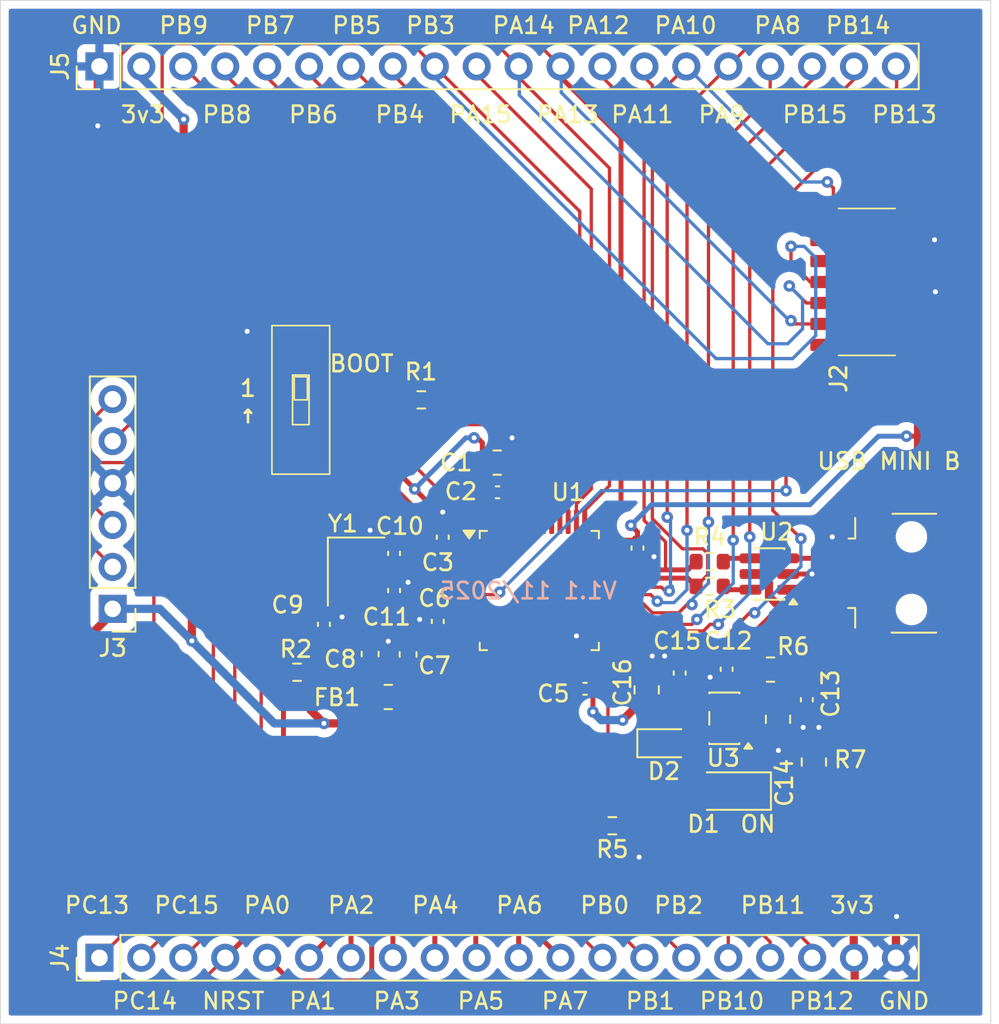
<source format=kicad_pcb>
(kicad_pcb (version 20241229) (generator "pcbnew") (generator_version "9.0")
  (layers (0 "F.Cu" signal) (2 "B.Cu" power) (13 "F.Paste" user) (15 "B.Paste" user) (5 "F.SilkS" user "F.Silkscreen") (7 "B.SilkS" user "B.Silkscreen") (1 "F.Mask" user) (3 "B.Mask" user) (25 "Edge.Cuts" user))
  (net 0 "")
  (net 1 "+3V3")
  (net 2 "GND")
  (net 3 "+3V3A")
  (net 4 "/NRST")
  (net 5 "/HSE_IN")
  (net 6 "/HSE_OUT")
  (net 7 "+VCC")
  (net 8 "/IN")
  (net 9 "/BP")
  (net 11 "/PWR_LED_K")
  (net 12 "/SWCLK")
  (net 13 "/SWDIO")
  (net 14 "/BOOT0")
  (net 15 "/SW_BOOT0")
  (net 16 "/USB_D+")
  (net 18 "/USART1_TX")
  (net 19 "/USART1_RX")
  (net 24 "/PB3(SWO)")
  (net 25 "/PC15")
  (net 26 "/PB1")
  (net 27 "/PC13")
  (net 28 "/PA0")
  (net 29 "/PA2")
  (net 30 "/PA4")
  (net 31 "/PA6")
  (net 32 "/PA8")
  (net 33 "/USB_D-")
  (net 34 "/PA1")
  (net 35 "/PB2")
  (net 36 "/PA7")
  (net 37 "/PA3")
  (net 38 "/PC14")
  (net 39 "/PB0")
  (net 40 "/PA5")
  (net 41 "/PB11")
  (net 42 "/PB14")
  (net 43 "/PB7")
  (net 44 "/PB9")
  (net 45 "/PB10")
  (net 46 "/PB4")
  (net 47 "/PB5")
  (net 48 "/PB12")
  (net 49 "/D+")
  (net 50 "/D-")
  (net 51 "/PB13")
  (net 52 "/PB8")
  (net 53 "/PB15")
  (net 54 "/PA15")
  (net 55 "/PB6")
  (net 56 "/D_R-")
  (net 57 "/D_R+")
  (net 61 "/OUT")
  (footprint "Capacitor_SMD:C_0402_1005Metric" (layer "F.Cu") (at 102.85 109.75 90)
    (property "Reference" "C11")
    (property "Value" "14pF" (hide yes))
  )
  (footprint "Resistor_SMD:R_0603_1608Metric" (layer "F.Cu") (at 96.975 114.7)
    (property "Reference" "R2")
    (property "Value" "10k" (hide yes))
  )
  (footprint "Capacitor_SMD:C_0402_1005Metric" (layer "F.Cu") (at 117.6 107.18 -90)
    (property "Reference" "C4" (hide yes))
    (property "Value" "100nF" (hide yes))
  )
  (footprint "Capacitor_SMD:C_0402_1005Metric" (layer "F.Cu") (at 120.1566 114.7476 90)
    (property "Reference" "C15")
    (property "Value" "100nF" (hide yes))
  )
  (footprint "Capacitor_SMD:C_0402_1005Metric" (layer "F.Cu") (at 98.6 111.8 -90)
    (property "Reference" "C9")
    (property "Value" "100nF" (hide yes))
  )
  (footprint "Package_TO_SOT_SMD:SOT-23-6" (layer "F.Cu") (at 125.5875 108.75 180)
    (property "Reference" "U2")
    (property "Value" "USBLC6-2SC6" (hide yes))
  )
  (footprint "Connector_PinHeader_2.54mm:PinHeader_1x20_P2.54mm_Vertical" (layer "F.Cu") (at 85 132 90)
    (property "Reference" "J4")
    (property "Value" "Left")
  )
  (footprint "PTP_Projekt:FTSH-107-01-L-DV-K" (layer "F.Cu") (at 129.785 96.195 90)
    (property "Reference" "J2")
    (property "Value" "JTAG ST_STDC14" (hide yes))
  )
  (footprint "Resistor_SMD:R_0805_2012Metric" (layer "F.Cu") (at 118.1566 115.7676 90)
    (property "Reference" "C16")
    (property "Value" "4.7µF" (hide yes))
  )
  (footprint "PTP_Projekt:KH-MINI-SMT-5P-Cu" (layer "F.Cu") (at 134.2 108.7 90)
    (property "Reference" "J1" (hide yes))
    (property "Value" "USB MiniB" (hide yes))
  )
  (footprint "Resistor_SMD:R_0805_2012Metric" (layer "F.Cu") (at 128.2875 120.14 90)
    (property "Reference" "R7")
    (property "Value" "1k5" (hide yes))
  )
  (footprint "Capacitor_SMD:C_0603_1608Metric" (layer "F.Cu") (at 101.4 113.6 90)
    (property "Reference" "C8")
    (property "Value" "1µF" (hide yes))
  )
  (footprint "Capacitor_SMD:C_0402_1005Metric" (layer "F.Cu") (at 102.85 107.5 90)
    (property "Reference" "C10")
    (property "Value" "14pF" (hide yes))
  )
  (footprint "Capacitor_SMD:C_0402_1005Metric" (layer "F.Cu") (at 109.12 103.8)
    (property "Reference" "C2")
    (property "Value" "100nF" (hide yes))
  )
  (footprint "Resistor_SMD:R_0603_1608Metric" (layer "F.Cu") (at 121.975 109.5)
    (property "Reference" "R3")
    (property "Value" "22" (hide yes))
  )
  (footprint "Resistor_SMD:R_0603_1608Metric" (layer "F.Cu") (at 121.975 108)
    (property "Reference" "R4")
    (property "Value" "22" (hide yes))
  )
  (footprint "Capacitor_SMD:C_0603_1608Metric" (layer "F.Cu") (at 103.7 113.625 90)
    (property "Reference" "C7")
    (property "Value" "1µF" (hide yes))
  )
  (footprint "Capacitor_SMD:C_0402_1005Metric" (layer "F.Cu") (at 114.42 115.7 180)
    (property "Reference" "C5")
    (property "Value" "100nF" (hide yes))
  )
  (footprint "Crystal:Crystal_SMD_3225-4Pin_3.2x2.5mm" (layer "F.Cu") (at 100.55 108.6 -90)
    (property "Reference" "Y1")
    (property "Value" "16MHz" (hide yes))
  )
  (footprint "Resistor_SMD:R_0805_2012Metric" (layer "F.Cu") (at 109.1 102)
    (property "Reference" "C1")
    (property "Value" "4.7µF" (hide yes))
  )
  (footprint "Package_QFP:LQFP-48_7x7mm_P0.5mm" (layer "F.Cu") (at 111.65 109.75)
    (property "Reference" "U1")
    (property "Value" "STM32F103C8T6" (hide yes))
  )
  (footprint "Resistor_SMD:R_0603_1608Metric" (layer "F.Cu") (at 104.5 98.2)
    (property "Reference" "R1")
    (property "Value" "10k" (hide yes))
  )
  (footprint "Capacitor_SMD:C_0402_1005Metric" (layer "F.Cu") (at 105.5 111.62 90)
    (property "Reference" "C6")
    (property "Value" "10nF" (hide yes))
  )
  (footprint "Resistor_SMD:R_0805_2012Metric" (layer "F.Cu") (at 126.1125 117.5525 -90)
    (property "Reference" "C14")
    (property "Value" "4.7µF" (hide yes))
  )
  (footprint "LED_SMD:LED_1206_3216Metric" (layer "F.Cu") (at 123.4 121.9 180)
    (property "Reference" "D1")
    (property "Value" "RED" (hide yes))
  )
  (footprint "Connector_PinHeader_2.54mm:PinHeader_1x06_P2.54mm_Vertical" (layer "F.Cu") (at 85.8 110.86 180)
    (property "Reference" "J3")
    (property "Value" "SWDBG")
  )
  (footprint "Capacitor_SMD:C_0402_1005Metric" (layer "F.Cu") (at 105.8 106.52 90)
    (property "Reference" "C3")
    (property "Value" "100nF" (hide yes))
  )
  (footprint "Package_TO_SOT_SMD:SOT-23-5" (layer "F.Cu") (at 122.8625 117.49 180)
    (property "Reference" "U3")
    (property "Value" "SPX3819M5-L-3-3" (hide yes))
  )
  (footprint "Diode_SMD:D_SOD-323" (layer "F.Cu") (at 119.2 119)
    (property "Reference" "D2")
    (property "Value" "RB161VA-20TR" (hide yes))
  )
  (footprint "Resistor_SMD:R_0603_1608Metric" (layer "F.Cu") (at 116.075 124 180)
    (property "Reference" "R5")
    (property "Value" "10k" (hide yes))
  )
  (footprint "Resistor_SMD:R_0805_2012Metric" (layer "F.Cu") (at 102.5 116.2 180)
    (property "Reference" "FB1")
    (property "Value" "120R" (hide yes))
  )
  (footprint "Resistor_SMD:R_0805_2012Metric" (layer "F.Cu") (at 125.6625 114.54)
    (property "Reference" "R6")
    (property "Value" "0R" (hide yes))
  )
  (footprint "PTP_Projekt:K3-1235S-F1" (layer "F.Cu") (at 93.95 105.7 -90)
    (property "Reference" "SW1" (hide yes))
    (property "Value" "SW_SPDT" (hide yes))
  )
  (footprint "Capacitor_SMD:C_0402_1005Metric" (layer "F.Cu") (at 127.8625 116.37 -90)
    (property "Reference" "C13")
    (property "Value" "100nF" (hide yes))
  )
  (footprint "Capacitor_SMD:C_0402_1005Metric" (layer "F.Cu") (at 123 114.52 -90)
    (property "Reference" "C12")
    (property "Value" "100nF" (hide yes))
  )
  (footprint "Connector_PinHeader_2.54mm:PinHeader_1x20_P2.54mm_Vertical" (layer "F.Cu") (at 85 78 90)
    (property "Reference" "J5")
    (property "Value" "Right")
  )
  (gr_rect (start 79 74) (end 139 136) (stroke (width 0.05)) (fill no) (layer "Edge.Cuts"))
  (gr_text "ON\n" (at 124.9 123.9 0) (layer "F.SilkS") (effects (font (size 1 1) (thickness 0.16))))
  (gr_text "USB MINI B\n" (at 128.4 102.5 0) (layer "F.SilkS") (effects (font (size 1 1) (thickness 0.16)) (justify left bottom)))
  (gr_text "BOOT\n\n" (at 98.85 98.2 0) (layer "F.SilkS") (effects (font (size 1 1) (thickness 0.16)) (justify left bottom)))
  (gr_text "3v3   PB8   PB6   PB4  PA15  PA13 PA11  PA9   PB15  PB13" (at 86.2 81.5 0) (layer "F.SilkS") (effects (font (size 1 1) (thickness 0.153)) (justify left bottom)))
  (gr_text "PC13  PC15  PA0   PA2   PA4   PA6   PB0  PB2   PB11  3v3\n" (at 82.8 129.4 0) (layer "F.SilkS") (effects (font (size 1 1) (thickness 0.153)) (justify left bottom)))
  (gr_text "GND   PB9   PB7   PB5  PB3   PA14 PA12  PA10   PA8  PB14\n" (at 83.2 76.1 0) (layer "F.SilkS") (effects (font (size 1 1) (thickness 0.153)) (justify left bottom)))
  (gr_text "1\n↑" (at 94 98.3 0) (layer "F.SilkS") (effects (font (size 1 1) (thickness 0.16))))
  (gr_text "PC14  NRST  PA1   PA3   PA5   PA7   PB1  PB10  PB12  GND\n" (at 85.7 135.2 0) (layer "F.SilkS") (effects (font (size 1 1) (thickness 0.153)) (justify left bottom)))
  (gr_text "V1.1 11/2025\n" (at 116.45 110.35 0) (layer "B.SilkS") (effects (font (size 1 1) (thickness 0.16)) (justify left bottom mirror)))
  (segment (start 108.188 103.348) (end 108.3087 103.4687) (width 0.5) (layer "F.Cu") (net 1))
  (segment (start 134 112.8) (end 134.9 111.9) (width 0.5) (layer "F.Cu") (net 1))
  (segment (start 81.2 115.7) (end 85.8 111.1) (width 0.5) (layer "F.Cu") (net 1))
  (segment (start 108.2 101.988) (end 108.188 102) (width 0.3) (layer "F.Cu") (net 1))
  (segment (start 115.8125 107) (end 116.5 107) (width 0.3) (layer "F.Cu") (net 1))
  (segment (start 134 118.9) (end 134 112.8) (width 0.5) (layer "F.Cu") (net 1))
  (segment (start 114.4 113.9122) (end 114.4 113.9125) (width 0.3) (layer "F.Cu") (net 1))
  (segment (start 93.95 100.7) (end 90.6 104.05) (width 0.5) (layer "F.Cu") (net 1))
  (segment (start 117.864 106.7) (end 117.6 106.7) (width 0.2) (layer "F.Cu") (net 1))
  (segment (start 128.1 124.8) (end 128.3 124.8) (width 0.5) (layer "F.Cu") (net 1))
  (segment (start 130.69 131.97) (end 130.72 132) (width 0.2) (layer "F.Cu") (net 1))
  (segment (start 118.157 118.993) (end 118.15 119) (width 0.3) (layer "F.Cu") (net 1))
  (segment (start 128.3 124.8) (end 130.7 127.2) (width 0.5) (layer "F.Cu") (net 1))
  (segment (start 97.8 114.7) (end 97.8 117) (width 0.5) (layer "F.Cu") (net 1))
  (segment (start 129.8 134.5) (end 82.3 134.5) (width 0.5) (layer "F.Cu") (net 1))
  (segment (start 134.9 111.9) (end 134.9 111.89847) (width 0.5) (layer "F.Cu") (net 1))
  (segment (start 115.812 107) (end 115.8125 107) (width 0.3) (layer "F.Cu") (net 1))
  (segment (start 134.6 98.6) (end 135.4 97.8) (width 0.5) (layer "F.Cu") (net 1))
  (segment (start 108.64 104.44) (end 108.64 104.12) (width 0.3) (layer "F.Cu") (net 1))
  (segment (start 97.8 117) (end 98.6 117.8) (width 0.5) (layer "F.Cu") (net 1))
  (segment (start 108.3088 103.4687) (end 108.3088 103.4688) (width 0.5) (layer "F.Cu") (net 1))
  (segment (start 99.9875 117.8) (end 101.5875 116.2) (width 0.5) (layer "F.Cu") (net 1))
  (segment (start 114.9 115.7) (end 114.9 117.1) (width 0.3) (layer "F.Cu") (net 1))
  (segment (start 130.6 131.88) (end 130.66 131.94) (width 0.2) (layer "F.Cu") (net 1))
  (segment (start 114.4 114.8) (end 114.9 115.3) (width 0.3) (layer "F.Cu") (net 1))
  (segment (start 117.6199 116.6801) (end 116.7 117.6) (width 0.5) (layer "F.Cu") (net 1))
  (segment (start 118.157 117.26) (end 118.157 118.993) (width 0.3) (layer "F.Cu") (net 1))
  (segment (start 114.4 113.9125) (end 114.4 114.8) (width 0.3) (layer "F.Cu") (net 1))
  (segment (start 101.4 114.375) (end 101.4 116.0125) (width 0.3) (layer "F.Cu") (net 1))
  (segment (start 107.9 100.5) (end 108.2 100.8) (width 0.3) (layer "F.Cu") (net 1))
  (segment (start 118.1566 116.68) (end 118.157 116.68) (width 0.2) (layer "F.Cu") (net 1))
  (segment (start 118.157 117.26) (end 118.157 116.68) (width 0.2) (layer "F.Cu") (net 1))
  (segment (start 122 121.9) (end 124.9 124.8) (width 0.5) (layer "F.Cu") (net 1))
  (segment (start 116.5 107) (end 116.8 106.7) (width 0.3) (layer "F.Cu") (net 1))
  (segment (start 98.6 117.8) (end 99.9875 117.8) (width 0.5) (layer "F.Cu") (net 1))
  (segment (start 118.15 120.15) (end 119.9 121.9) (width 0.3) (layer "F.Cu") (net 1))
  (segment (start 118.1566 116.6801) (end 118.1566 116.68) (width 0.2) (layer "F.Cu") (net 1))
  (segment (start 93.95 100.7) (end 95.65 102.4) (width 0.3) (layer "F.Cu") (net 1))
  (segment (start 108.2 100.8) (end 108.2 101.988) (width 0.3) (layer "F.Cu") (net 1))
  (segment (start 128.1 124.8) (end 134 118.9) (width 0.5) (layer "F.Cu") (net 1))
  (segment (start 133.9 100.4) (end 134.6 100.4) (width 0.3) (layer "F.Cu") (net 1))
  (segment (start 90.6 104.05) (end 90.6 112.8) (width 0.5) (layer "F.Cu") (net 1))
  (segment (start 130.7 131.98) (end 130.72 132) (width 0.5) (layer "F.Cu") (net 1))
  (segment (start 107.7 100.5) (end 107.9 100.5) (width 0.3) (layer "F.Cu") (net 1))
  (segment (start 135.401 111.39747) (end 135.401 106.00253) (width 0.5) (layer "F.Cu") (net 1))
  (segment (start 105.049 104.549) (end 105.049 106.558999) (width 0.3) (layer "F.Cu") (net 1))
  (segment (start 119.9 121.9) (end 122 121.9) (width 0.3) (layer "F.Cu") (net 1))
  (segment (start 118.15 119) (end 118.15 120.15) (width 0.3) (layer "F.Cu") (net 1))
  (segment (start 135.401 106.00253) (end 134.6 105.20153) (width 0.5) (layer "F.Cu") (net 1))
  (segment (start 130.66 131.94) (end 130.69 131.97) (width 0.2) (layer "F.Cu") (net 1))
  (segment (start 104.1 103.6) (end 105.049 104.549) (width 0.3) (layer "F.Cu") (net 1))
  (segment (start 107.4875 107) (end 105.8 107) (width 0.3) (layer "F.Cu") (net 1))
  (segment (start 130.76 132) (end 130.76 133.54) (width 0.5) (layer "F.Cu") (net 1))
  (segment (start 108.318 103.478) (end 108.3463 103.5063) (width 0.5) (layer "F.Cu") (net 1))
  (segment (start 101.4 116.0125) (end 101.5875 116.2) (width 0.3) (layer "F.Cu") (net 1))
  (segment (start 117.6 106.7) (end 117.6 106.2) (width 0.3) (layer "F.Cu") (net 1))
  (segment (start 124.9 124.8) (end 128.1 124.8) (width 0.5) (layer "F.Cu") (net 1))
  (segment (start 102.9 102.4) (end 104.1 103.6) (width 0.3) (layer "F.Cu") (net 1))
  (segment (start 117.6 106.2) (end 117.2 105.8) (width 0.3) (layer "F.Cu") (net 1))
  (segment (start 108.3463 103.5063) (end 108.4297 103.5897) (width 0.5) (layer "F.Cu") (net 1))
  (segment (start 130.7 127.2) (end 130.7 131.98) (width 0.5) (layer "F.Cu") (net 1))
  (segment (start 85.8 111.1) (end 85.8 110.86) (width 0.5) (layer "F.Cu") (net 1))
  (segment (start 90.1 81.2) (end 90.1 96.85) (width 0.5) (layer "F.Cu") (net 1))
  (segment (start 108.9 104.7) (end 108.64 104.44) (width 0.3) (layer "F.Cu") (net 1))
  (segment (start 95.65 102.4) (end 102.9 102.4) (width 0.3) (layer "F.Cu") (net 1))
  (segment (start 107.488 107) (end 107.4875 107) (width 0.3) (layer "F.Cu") (net 1))
  (segment (start 134.605866 93.6) (end 133.535 93.6) (width 0.5) (layer "F.Cu") (net 1))
  (segment (start 108.9 105.5875) (end 108.9 104.7) (width 0.3) (layer "F.Cu") (net 1))
  (segment (start 105.049 106.558999) (end 105.490001 107) (width 0.3) (layer "F.Cu") (net 1))
  (segment (start 114.9 115.7) (end 115 115.7) (width 0.3) (layer "F.Cu") (net 1))
  (segment (start 114.9 115.3) (end 114.9 115.7) (width 0.3) (layer "F.Cu") (net 1))
  (segment (start 81.2 133.4) (end 82.3 134.5) (width 0.5) (layer "F.Cu") (net 1))
  (segment (start 81.2 133.4) (end 81.2 115.7) (width 0.5) (layer "F.Cu") (net 1))
  (segment (start 118.157 116.68) (end 118.157 117.26) (width 0.3) (layer "F.Cu") (net 1))
  (segment (start 108.1875 102) (end 108.188 102) (width 0.2) (layer "F.Cu") (net 1))
  (segment (start 108.5017 103.6617) (end 108.5138 103.6738) (width 0.5) (layer "F.Cu") (net 1))
  (segment (start 105.490001 107) (end 105.8 107) (width 0.3) (layer "F.Cu") (net 1))
  (segment (start 114.4 113.912) (end 114.4 113.9122) (width 0.3) (layer "F.Cu") (net 1))
  (segment (start 135.4 97.8) (end 135.4 94.394134) (width 0.5) (layer "F.Cu") (net 1))
  (segment (start 108.3087 103.4687) (end 108.3088 103.4687) (width 0.5) (layer "F.Cu") (net 1))
  (segment (start 108.64 103.92) (end 108.64 103.8) (width 0.3) (layer "F.Cu") (net 1))
  (segment (start 108.3088 103.4688) (end 108.318 103.478) (width 0.5) (layer "F.Cu") (net 1))
  (segment (start 134.9 111.89847) (end 135.401 111.39747) (width 0.5) (layer "F.Cu") (net 1))
  (segment (start 135.4 94.394134) (end 134.605866 93.6) (width 0.5) (layer "F.Cu") (net 1))
  (segment (start 130.76 133.54) (end 129.8 134.5) (width 0.5) (layer "F.Cu") (net 1))
  (segment (start 108.4297 103.5897) (end 108.5017 103.6617) (width 0.5) (layer "F.Cu") (net 1))
  (segment (start 90.1 96.85) (end 93.95 100.7) (width 0.5) (layer "F.Cu") (net 1))
  (segment (start 108.64 104.12) (end 108.64 103.92) (width 0.3) (layer "F.Cu") (net 1))
  (segment (start 108.188 102) (end 108.188 103.348) (width 0.5) (layer "F.Cu") (net 1))
  (segment (start 116.8 106.7) (end 117.6 106.7) (width 0.3) (layer "F.Cu") (net 1))
  (segment (start 108.9 105.588) (end 108.9 105.5875) (width 0.3) (layer "F.Cu") (net 1))
  (segment (start 108.5138 103.6738) (end 108.64 103.8) (width 0.5) (layer "F.Cu") (net 1))
  (segment (start 134.6 105.20153) (end 134.6 98.6) (width 0.5) (layer "F.Cu") (net 1))
  (via (at 104.1 103.6) (size 0.7) (drill 0.3) (layers "F.Cu" "B.Cu") (net 1))
  (via (at 98.6 117.8) (size 0.7) (drill 0.3) (layers "F.Cu" "B.Cu") (net 1))
  (via (at 90.6 112.8) (size 0.7) (drill 0.3) (layers "F.Cu" "B.Cu") (net 1))
  (via (at 133.9 100.4) (size 0.7) (drill 0.3) (layers "F.Cu" "B.Cu") (net 1))
  (via (at 107.7 100.5) (size 0.7) (drill 0.3) (layers "F.Cu" "B.Cu") (net 1))
  (via (at 117.2 105.8) (size 0.7) (drill 0.3) (layers "F.Cu" "B.Cu") (net 1))
  (via (at 90.1 81.2) (size 0.7) (drill 0.3) (layers "F.Cu" "B.Cu") (net 1))
  (via (at 116.7 117.6) (size 0.7) (drill 0.3) (layers "F.Cu" "B.Cu") (net 1))
  (via (at 114.9 117.1) (size 0.7) (drill 0.3) (layers "F.Cu" "B.Cu") (net 1))
  (segment (start 90.1 81.2) (end 90.08 81.2) (width 0.5) (layer "B.Cu") (net 1))
  (segment (start 95.6 117.8) (end 98.6 117.8) (width 0.5) (layer "B.Cu") (net 1))
  (segment (start 116.7 117.6) (end 115.4 117.6) (width 0.5) (layer "B.Cu") (net 1))
  (segment (start 118.451 104.549) (end 128.051 104.549) (width 0.3) (layer "B.Cu") (net 1))
  (segment (start 107.7 100.5) (end 107.2 100.5) (width 0.3) (layer "B.Cu") (net 1))
  (segment (start 107.2 100.5) (end 104.1 103.6) (width 0.3) (layer "B.Cu") (net 1))
  (segment (start 132.1 100.5) (end 132.2 100.4) (width 0.3) (layer "B.Cu") (net 1))
  (segment (start 90.6 112.8) (end 88.66 110.86) (width 0.5) (layer "B.Cu") (net 1))
  (segment (start 90.08 81.2) (end 87.54 78.66) (width 0.5) (layer "B.Cu") (net 1))
  (segment (start 88.66 110.86) (end 85.8 110.86) (width 0.5) (layer "B.Cu") (net 1))
  (segment (start 128.051 104.549) (end 130.3 102.3) (width 0.3) (layer "B.Cu") (net 1))
  (segment (start 117.2 105.8) (end 118.451 104.549) (width 0.3) (layer "B.Cu") (net 1))
  (segment (start 87.54 78.66) (end 87.54 78) (width 0.5) (layer "B.Cu") (net 1))
  (segment (start 115.4 117.6) (end 114.9 117.1) (width 0.5) (layer "B.Cu") (net 1))
  (segment (start 130.3 102.3) (end 132.1 100.5) (width 0.3) (layer "B.Cu") (net 1))
  (segment (start 132.2 100.4) (end 133.9 100.4) (width 0.3) (layer "B.Cu") (net 1))
  (segment (start 90.6 112.8) (end 95.6 117.8) (width 0.5) (layer "B.Cu") (net 1))
  (segment (start 113.9 112.6251) (end 113.9 113.1598) (width 0.3) (layer "F.Cu") (net 2))
  (segment (start 101.4 112.825) (end 102.5 112.825) (width 0.3) (layer "F.Cu") (net 2))
  (segment (start 109.4 105.5875) (end 109.4 104.7) (width 0.3) (layer "F.Cu") (net 2))
  (segment (start 134.97 92.33) (end 133.535 92.33) (width 0.3) (layer "F.Cu") (net 2))
  (segment (start 98.6 111.32) (end 99.67 111.32) (width 0.5) (layer "F.Cu") (net 2))
  (segment (start 101.4 106.3048) (end 101.4 106.22) (width 0.5) (layer "F.Cu") (net 2))
  (segment (start 113.9 112.5) (end 113.9 112.6251) (width 0.3) (layer "F.Cu") (net 2))
  (segment (start 93.95 94.05) (end 94 94) (width 0.3) (layer "F.Cu") (net 2))
  (segment (start 116.7 107.5) (end 116.86 107.66) (width 0.3) (layer "F.Cu") (net 2))
  (segment (start 101.9 106.1) (end 101.4 106.1) (width 0.2) (layer "F.Cu") (net 2))
  (segment (start 103.7 109.25) (end 103.68 109.27) (width 0.3) (layer "F.Cu") (net 2))
  (segment (start 133.26 132) (end 133.26 129.54) (width 0.5) (layer "F.Cu") (net 2))
  (segment (start 113.9 115.66) (end 113.94 115.7) (width 0.3) (layer "F.Cu") (net 2))
  (segment (start 110.0125 102) (end 110.0125 103.3875) (width 0.5) (layer "F.Cu") (net 2))
  (segment (start 101.4 107.5) (end 101.4 106.93) (width 0.5) (layer "F.Cu") (net 2))
  (segment (start 101.4 106.93) (end 101.4 106.3048) (width 0.5) (layer "F.Cu") (net 2))
  (segment (start 104.76 111.14) (end 104.4 111.5) (width 0.3) (layer "F.Cu") (net 2))
  (segment (start 103.675 112.825) (end 103.7 112.85) (width 0.3) (layer "F.Cu") (net 2))
  (segment (start 133.535 88.52) (end 135.58 88.52) (width 0.3) (layer "F.Cu") (net 2))
  (segment (start 113.94 115.7) (end 114.04 115.7) (width 0.3) (layer "F.Cu") (net 2))
  (segment (start 122 115) (end 123 115) (width 0.3) (layer "F.Cu") (net 2))
  (segment (start 106.141 110.499) (end 106.5 110.499) (width 0.3) (layer "F.Cu") (net 2))
  (segment (start 133.26 129.54) (end 133.3 129.5) (width 0.5) (layer "F.Cu") (net 2))
  (segment (start 99.7 109.7) (end 99.7 111.35) (width 0.5) (layer "F.Cu") (net 2))
  (segment (start 118.56 107.66) (end 118.6 107.7) (width 0.3) (layer "F.Cu") (net 2))
  (segment (start 106.5 110.499) (end 106.644466 110.499) (width 0.3) (layer "F.Cu") (net 2))
  (segment (start 109.6 104.5) (end 109.6 103.8) (width 0.3) (layer "F.Cu") (net 2))
  (segment (start 102.5 112.825) (end 103.675 112.825) (width 0.3) (layer "F.Cu") (net 2))
  (segment (start 101.4 106.22) (end 101.4 106.1) (width 0.5) (layer "F.Cu") (net 2))
  (segment (start 93.95 95.7) (end 93.95 94.05) (width 0.3) (layer "F.Cu") (net 2))
  (segment (start 133.3 132) (end 133.118 132) (width 0.2) (layer "F.Cu") (net 2))
  (segment (start 117.6 107.66) (end 118.56 107.66) (width 0.3) (layer "F.Cu") (net 2))
  (segment (start 105.5 111.14) (end 104.76 111.14) (width 0.3) (layer "F.Cu") (net 2))
  (segment (start 102.85 107.02) (end 102.33 106.5) (width 0.2) (layer "F.Cu") (net 2))
  (segment (start 115.812 107.5) (end 115.8125 107.5) (width 0.3) (layer "F.Cu") (net 2))
  (segment (start 109.4 104.7) (end 109.6 104.5) (width 0.3) (layer "F.Cu") (net 2))
  (segment (start 135.65 91.65) (end 134.97 92.33) (width 0.3) (layer "F.Cu") (net 2))
  (segment (start 105.62 106.22) (end 105.8 106.04) (width 0.2) (layer "F.Cu") (net 2))
  (segment (start 107.4875 110.5) (end 106.501 110.5) (width 0.3) (layer "F.Cu") (net 2))
  (segment (start 105.8 106.04) (end 105.8 105) (width 0.3) (layer "F.Cu") (net 2))
  (segment (start 135.055 91.055) (end 133.535 91.055) (width 0.3) (layer "F.Cu") (net 2))
  (segment (start 102.33 106.5) (end 102.3 106.5) (width 0.2) (layer "F.Cu") (net 2))
  (segment (start 105.5 111.14) (end 106.141 110.499) (width 0.3) (layer "F.Cu") (net 2))
  (segment (start 85 78) (end 84.9 78.1) (width 0.5) (layer "F.Cu") (net 2))
  (segment (start 84.9 78.1) (end 84.9 81.6) (width 0.5) (layer "F.Cu") (net 2))
  (segment (start 107.488 110.5) (end 107.4875 110.5) (width 0.3) (layer "F.Cu") (net 2))
  (segment (start 135.58 88.52) (end 135.6 88.5) (width 0.3) (layer "F.Cu") (net 2))
  (segment (start 106.501 110.5) (end 106.5 110.499) (width 0.3) (layer "F.Cu") (net 2))
  (segment (start 116.86 107.66) (end 117.6 107.66) (width 0.3) (layer "F.Cu") (net 2))
  (segment (start 115.8125 107.5) (end 116.7 107.5) (width 0.3) (layer "F.Cu") (net 2))
  (segment (start 135.65 91.65) (end 135.055 91.055) (width 0.3) (layer "F.Cu") (net 2))
  (segment (start 102.3 106.5) (end 101.9 106.1) (width 0.2) (layer "F.Cu") (net 2))
  (segment (start 103.68 109.27) (end 102.85 109.27) (width 0.3) (layer "F.Cu") (net 2))
  (segment (start 99.67 111.32) (end 99.7 111.35) (width 0.5) (layer "F.Cu") (net 2))
  (segment (start 128.175 108.75) (end 126.725 108.75) (width 0.3) (layer "F.Cu") (net 2))
  (segment (start 113.9 113.1598) (end 113.9 113.9125) (width 0.3) (layer "F.Cu") (net 2))
  (segment (start 113.9 113.9125) (end 113.9 115.66) (width 0.3) (layer "F.Cu") (net 2))
  (segment (start 130 107.1) (end 129.4 106.5) (width 0.3) (layer "F.Cu") (net 2))
  (segment (start 110.0125 102) (end 110.0125 100.5125) (width 0.5) (layer "F.Cu") (net 2))
  (segment (start 109.4 105.588) (end 109.4 105.5875) (width 0.3) (layer "F.Cu") (net 2))
  (segment (start 116.9 124) (end 116.9 125.1) (width 0.3) (layer "F.Cu") (net 2))
  (segment (start 116.9 125.1) (end 117.7 125.9) (width 0.3) (layer "F.Cu") (net 2))
  (segment (start 110.0125 103.3875) (end 109.6 103.8) (width 0.5) (layer "F.Cu") (net 2))
  (segment (start 131.5 107.1) (end 130 107.1) (width 0.3) (layer "F.Cu") (net 2))
  (segment (start 101.4 106.93) (end 101.49 107.02) (width 0.2) (layer "F.Cu") (net 2))
  (segment (start 110.0125 100.5125) (end 110 100.5) (width 0.5) (layer "F.Cu") (net 2))
  (via (at 135.6 88.5) (size 0.7) (drill 0.3) (layers "F.Cu" "B.Cu") (net 2))
  (via (at 113.9 112.5) (size 0.7) (drill 0.3) (layers "F.Cu" "B.Cu") (net 2))
  (via (at 117.7 125.9) (size 0.7) (drill 0.3) (layers "F.Cu" "B.Cu") (net 2))
  (via (at 135.65 91.65) (size 0.7) (drill 0.3) (layers "F.Cu" "B.Cu") (net 2))
  (via (at 110 100.5) (size 0.7) (drill 0.3) (layers "F.Cu" "B.Cu") (net 2))
  (via (at 122 115) (size 0.7) (drill 0.3) (layers "F.Cu" "B.Cu") (net 2))
  (via (at 104.4 111.5) (size 0.7) (drill 0.3) (layers "F.Cu" "B.Cu") (net 2))
  (via (at 105.8 105) (size 0.7) (drill 0.3) (layers "F.Cu" "B.Cu") (net 2))
  (via (at 126.138 119.44) (size 0.7) (drill 0.3) (layers "F.Cu" "B.Cu") (net 2))
  (via (at 93.95 94.05) (size 0.7) (drill 0.3) (layers "F.Cu" "B.Cu") (net 2))
  (via (at 118.494 113.718) (size 0.7) (drill 0.3) (layers "F.Cu" "B.Cu") (net 2))
  (via (at 133.3 129.5) (size 0.7) (drill 0.3) (layers "F.Cu" "B.Cu") (net 2))
  (via (at 118.6 107.7) (size 0.7) (drill 0.3) (layers "F.Cu" "B.Cu") (net 2))
  (via (at 128.175 108.75) (size 0.7) (drill 0.3) (layers "F.Cu" "B.Cu") (net 2))
  (via (at 99.7 111.35) (size 0.7) (drill 0.3) (layers "F.Cu" "B.Cu") (net 2))
  (via (at 102.5 112.825) (size 0.7) (drill 0.3) (layers "F.Cu" "B.Cu") (net 2))
  (via (at 127.638 118.04) (size 0.7) (drill 0.3) (layers "F.Cu" "B.Cu") (net 2))
  (via (at 129.4 106.5) (size 0.7) (drill 0.3) (layers "F.Cu" "B.Cu") (net 2))
  (via (at 101.4 106.1) (size 0.7) (drill 0.3) (layers "F.Cu" "B.Cu") (net 2))
  (via (at 103.7 109.25) (size 0.7) (drill 0.3) (layers "F.Cu" "B.Cu") (net 2))
  (via (at 84.9 81.6) (size 0.7) (drill 0.3) (layers "F.Cu" "B.Cu") (net 2))
  (via (at 119.244 113.718) (size 0.7) (drill 0.3) (layers "F.Cu" "B.Cu") (net 2))
  (via (at 128.588 118.04) (size 0.7) (drill 0.3) (layers "F.Cu" "B.Cu") (net 2))
  (segment (start 103.7 115.9125) (end 103.4125 116.2) (width 0.3) (layer "F.Cu") (net 3))
  (segment (start 103.7 114.4) (end 103.7 115.9125) (width 0.3) (layer "F.Cu") (net 3))
  (segment (start 106.161 111.748999) (end 105.809999 112.1) (width 0.3) (layer "F.Cu") (net 3))
  (segment (start 105.5 112.1) (end 105.5 112.6) (width 0.3) (layer "F.Cu") (net 3))
  (segment (start 105.5 112.1) (end 105.4875 112.1) (width 0.3) (layer "F.Cu") (net 3))
  (segment (start 107.488 111) (end 107.4875 111) (width 0.3) (layer "F.Cu") (net 3))
  (segment (start 105.809999 112.1) (end 105.5 112.1) (width 0.3) (layer "F.Cu") (net 3))
  (segment (start 107.4875 111) (end 106.6 111) (width 0.3) (layer "F.Cu") (net 3))
  (segment (start 106.161 111.439) (end 106.161 111.748999) (width 0.3) (layer "F.Cu") (net 3))
  (segment (start 106.6 111) (end 106.161 111.439) (width 0.3) (layer "F.Cu") (net 3))
  (segment (start 105.5 112.6) (end 103.7 114.4) (width 0.3) (layer "F.Cu") (net 3))
  (segment (start 129.465 88.52) (end 130.92 88.52) (width 0.2) (layer "F.Cu") (net 4))
  (segment (start 96.15 128.47) (end 92.62 132) (width 0.3) (layer "F.Cu") (net 4))
  (segment (start 83.7 133.7) (end 90.92 133.7) (width 0.2) (layer "F.Cu") (net 4))
  (segment (start 85.1 102) (end 86.79388 102) (width 0.2) (layer "F.Cu") (net 4))
  (segment (start 98.18 112.7) (end 98.6 112.28) (width 0.3) (layer "F.Cu") (net 4))
  (segment (start 126.6 103.7) (end 126.5 103.8) (width 0.2) (layer "F.Cu") (net 4))
  (segment (start 131.7 89.3) (end 131.7 96.7) (width 0.2) (layer "F.Cu") (net 4))
  (segment (start 101.195682 111.204318) (end 100.1 112.3) (width 0.2) (layer "F.Cu") (net 4))
  (segment (start 126.6 101.8) (end 126.6 103.7) (width 0.2) (layer "F.Cu") (net 4))
  (segment (start 130.92 88.52) (end 131.7 89.3) (width 0.2) (layer "F.Cu") (net 4))
  (segment (start 97.1 112.7) (end 98.18 112.7) (width 0.3) (layer "F.Cu") (net 4))
  (segment (start 90.92 133.7) (end 92.62 132) (width 0.2) (layer "F.Cu") (net 4))
  (segment (start 82.7 118.6329) (end 82.7 132.7) (width 0.2) (layer "F.Cu") (net 4))
  (segment (start 86.79388 102) (end 88.3 103.50612) (width 0.2) (layer "F.Cu") (net 4))
  (segment (start 88.3 103.50612) (end 88.3 113.0329) (width 0.2) (layer "F.Cu") (net 4))
  (segment (start 131.7 96.7) (end 126.6 101.8) (width 0.2) (layer "F.Cu") (net 4))
  (segment (start 97.1 112.7) (end 96.15 113.65) (width 0.3) (layer "F.Cu") (net 4))
  (segment (start 84.4 101.3) (end 85.1 102) (width 0.2) (layer "F.Cu") (net 4))
  (segment (start 98.62 112.3) (end 98.6 112.28) (width 0.2) (layer "F.Cu") (net 4))
  (segment (start 103.704318 111.204318) (end 101.195682 111.204318) (width 0.2) (layer "F.Cu") (net 4))
  (segment (start 109.1 110) (end 107.4875 110) (width 0.2) (layer "F.Cu") (net 4))
  (segment (start 107.4875 110) (end 104.908636 110) (width 0.2) (layer "F.Cu") (net 4))
  (segment (start 85.8 98.16) (end 84.4 99.56) (width 0.2) (layer "F.Cu") (net 4))
  (segment (start 96.15 113.65) (end 96.15 114.7) (width 0.3) (layer "F.Cu") (net 4))
  (segment (start 100.1 112.3) (end 98.62 112.3) (width 0.2) (layer "F.Cu") (net 4))
  (segment (start 104.908636 110) (end 103.704318 111.204318) (width 0.2) (layer "F.Cu") (net 4))
  (segment (start 82.7 132.7) (end 83.7 133.7) (width 0.2) (layer "F.Cu") (net 4))
  (segment (start 84.4 99.56) (end 84.4 101.3) (width 0.2) (layer "F.Cu") (net 4))
  (segment (start 109.25 109.85) (end 109.1 110) (width 0.2) (layer "F.Cu") (net 4))
  (segment (start 88.3 113.0329) (end 82.7 118.6329) (width 0.2) (layer "F.Cu") (net 4))
  (segment (start 92.62 132) (end 92.66 132) (width 0.2) (layer "F.Cu") (net 4))
  (segment (start 96.15 114.7) (end 96.15 128.47) (width 0.3) (layer "F.Cu") (net 4))
  (via (at 109.25 109.85) (size 0.7) (drill 0.3) (layers "F.Cu" "B.Cu") (net 4))
  (via (at 126.6 103.7) (size 0.7) (drill 0.3) (layers "F.Cu" "B.Cu") (net 4))
  (segment (start 109.25 109.85) (end 109.2 109.9) (width 0.2) (layer "B.Cu") (net 4))
  (segment (start 126.6 103.7) (end 115.4 103.7) (width 0.2) (layer "B.Cu") (net 4))
  (segment (start 115.4 103.7) (end 109.25 109.85) (width 0.2) (layer "B.Cu") (net 4))
  (segment (start 107.488 109) (end 107.4875 109) (width 0.3) (layer "F.Cu") (net 5))
  (segment (start 103.48 107.98) (end 102.85 107.98) (width 0.3) (layer "F.Cu") (net 5))
  (segment (start 103.999 108.499) (end 103.48 107.98) (width 0.3) (layer "F.Cu") (net 5))
  (segment (start 107.4875 109) (end 104.5 109) (width 0.3) (layer "F.Cu") (net 5))
  (segment (start 104.451 108.951) (end 104.451 108.938925) (width 0.3) (layer "F.Cu") (net 5))
  (segment (start 104.451 108.938925) (end 104.011075 108.499) (width 0.3) (layer "F.Cu") (net 5))
  (segment (start 104.011075 108.499) (end 103.999 108.499) (width 0.3) (layer "F.Cu") (net 5))
  (segment (start 104.5 109) (end 104.451 108.951) (width 0.3) (layer "F.Cu") (net 5))
  (segment (start 102.85 107.98) (end 102.23 108.6) (width 0.3) (layer "F.Cu") (net 5))
  (segment (start 102.23 108.6) (end 100.8 108.6) (width 0.3) (layer "F.Cu") (net 5))
  (segment (start 100.8 108.6) (end 99.7 107.5) (width 0.3) (layer "F.Cu") (net 5))
  (segment (start 103.782075 110.23) (end 104.512075 109.5) (width 0.3) (layer "F.Cu") (net 6))
  (segment (start 102.1 109.7) (end 101.4 109.7) (width 0.3) (layer "F.Cu") (net 6))
  (segment (start 102.85 110.23) (end 102.63 110.23) (width 0.3) (layer "F.Cu") (net 6))
  (segment (start 104.512075 109.5) (end 107.4875 109.5) (width 0.3) (layer "F.Cu") (net 6))
  (segment (start 107.488 109.5) (end 107.4875 109.5) (width 0.3) (layer "F.Cu") (net 6))
  (segment (start 102.63 110.23) (end 102.1 109.7) (width 0.3) (layer "F.Cu") (net 6))
  (segment (start 102.85 110.23) (end 103.782075 110.23) (width 0.3) (layer "F.Cu") (net 6))
  (segment (start 123 114.04) (end 123.5 114.54) (width 0.2) (layer "F.Cu") (net 7))
  (segment (start 125.564 109.297) (end 125.017 108.75) (width 0.5) (layer "F.Cu") (net 7))
  (segment (start 131.5 110.3) (end 128.3 110.3) (width 0.5) (layer "F.Cu") (net 7))
  (segment (start 126.46 111) (end 126.459082 110.999082) (width 0.5) (layer "F.Cu") (net 7))
  (segment (start 126.46 111) (end 125.96 110.5) (width 0.5) (layer "F.Cu") (net 7))
  (segment (start 125.564 110.103) (end 125.564 109.297) (width 0.5) (layer "F.Cu") (net 7))
  (segment (start 125.96 110.5) (end 125.564 110.103) (width 0.5) (layer "F.Cu") (net 7))
  (segment (start 128.3 110.3) (end 127.6 111) (width 0.5) (layer "F.Cu") (net 7))
  (segment (start 126.100918 110.999082) (end 124.75 112.35) (width 0.5) (layer "F.Cu") (net 7))
  (segment (start 123.5 114.54) (end 124.75 114.54) (width 0.2) (layer "F.Cu") (net 7))
  (segment (start 126.459082 110.999082) (end 126.100918 110.999082) (width 0.5) (layer "F.Cu") (net 7))
  (segment (start 124.75 112.35) (end 124.75 114.54) (width 0.5) (layer "F.Cu") (net 7))
  (segment (start 127.6 111) (end 126.46 111) (width 0.5) (layer "F.Cu") (net 7))
  (segment (start 125.017 108.75) (end 124.45 108.75) (width 0.5) (layer "F.Cu") (net 7))
  (segment (start 125.96 110.5) (end 126.418 110.957) (width 0.5) (layer "F.Cu") (net 7))
  (segment (start 126.1125 116.64) (end 126.112 116.64) (width 0.2) (layer "F.Cu") (net 8))
  (segment (start 122.888 117.99) (end 122.888 116.99) (width 0.3) (layer "F.Cu") (net 8))
  (segment (start 126.112 116.64) (end 126.012 116.54) (width 0.3) (layer "F.Cu") (net 8))
  (segment (start 126.862 115.89) (end 126.112 116.64) (width 0.5) (layer "F.Cu") (net 8))
  (segment (start 124 118.44) (end 123.338 118.44) (width 0.3) (layer "F.Cu") (net 8))
  (segment (start 127.862 115.89) (end 127.79 115.89) (width 0.2) (layer "F.Cu") (net 8))
  (segment (start 126.575 114.54) (end 127.288 114.54) (width 0.5) (layer "F.Cu") (net 8))
  (segment (start 127.862 115.115) (end 127.862 115.89) (width 0.5) (layer "F.Cu") (net 8))
  (segment (start 127.862 115.89) (end 127.79 115.89) (width 0.5) (layer "F.Cu") (net 8))
  (segment (start 123.338 118.44) (end 122.888 117.99) (width 0.3) (layer "F.Cu") (net 8))
  (segment (start 123.338 116.54) (end 124 116.54) (width 0.3) (layer "F.Cu") (net 8))
  (segment (start 126.012 116.54) (end 124 116.54) (width 0.3) (layer "F.Cu") (net 8))
  (segment (start 127.288 114.54) (end 127.862 115.115) (width 0.5) (layer "F.Cu") (net 8))
  (segment (start 127.8625 115.89) (end 127.862 115.89) (width 0.2) (layer "F.Cu") (net 8))
  (segment (start 122.888 116.99) (end 123.338 116.54) (width 0.3) (layer "F.Cu") (net 8))
  (segment (start 126.112 116.64) (end 126.588 116.64) (width 0.3) (layer "F.Cu") (net 8))
  (segment (start 127.79 115.89) (end 126.862 115.89) (width 0.5) (layer "F.Cu") (net 8))
  (segment (start 120.1566 115.2276) (end 120.157 115.228) (width 0.2) (layer "F.Cu") (net 9))
  (segment (start 121.725 116.025) (end 121.725 116.54) (width 0.3) (layer "F.Cu") (net 9))
  (segment (start 120.157 115.228) (end 120.928 115.228) (width 0.3) (layer "F.Cu") (net 9))
  (segment (start 120.928 115.228) (end 121.725 116.025) (width 0.3) (layer "F.Cu") (net 9))
  (segment (start 127.44 121.9) (end 128.2875 121.0525) (width 0.3) (layer "F.Cu") (net 11))
  (segment (start 124.8 121.9) (end 127.44 121.9) (width 0.3) (layer "F.Cu") (net 11))
  (segment (start 128.2875 121.0525) (end 128.288 121.052) (width 0.3) (layer "F.Cu") (net 11))
  (segment (start 85.8 105.78) (end 83.7 103.68) (width 0.2) (layer "F.Cu") (net 12))
  (segment (start 115.9 84.16) (end 110.4 78.66) (width 0.2) (layer "F.Cu") (net 12))
  (segment (start 110.44 78.04) (end 110.44 78.7) (width 0.2) (layer "F.Cu") (net 12))
  (segment (start 110.4 78.66) (end 110.4 78) (width 0.2) (layer "F.Cu") (net 12))
  (segment (start 83.7 103.68) (end 83.7 85.5) (width 0.2) (layer "F.Cu") (net 12))
  (segment (start 108.4 76) (end 110.44 78.04) (width 0.2) (layer "F.Cu") (net 12))
  (segment (start 127.83 92.33) (end 126.8 91.3) (width 0.2) (layer "F.Cu") (net 12))
  (segment (start 115.9 103.4) (end 115.9 84.16) (width 0.2) (layer "F.Cu") (net 12))
  (segment (start 86.3 82.9) (end 86.3 77.3) (width 0.2) (layer "F.Cu") (net 12))
  (segment (start 129.465 92.33) (end 127.83 92.33) (width 0.2) (layer "F.Cu") (net 12))
  (segment (start 87.6 76) (end 108.4 76) (width 0.2) (layer "F.Cu") (net 12))
  (segment (start 114.4 105.588) (end 114.4 105.5875) (width 0.3) (layer "F.Cu") (net 12))
  (segment (start 114.4 104.9) (end 115.9 103.4) (width 0.2) (layer "F.Cu") (net 12))
  (segment (start 114.4 105.5875) (end 114.4 104.9) (width 0.2) (layer "F.Cu") (net 12))
  (segment (start 83.7 85.5) (end 86.3 82.9) (width 0.2) (layer "F.Cu") (net 12))
  (segment (start 86.3 77.3) (end 87.6 76) (width 0.2) (layer "F.Cu") (net 12))
  (via (at 126.8 91.3) (size 0.7) (drill 0.3) (layers "F.Cu" "B.Cu") (net 12))
  (segment (start 110.44 78.04) (end 110.4 78) (width 0.2) (layer "B.Cu") (net 12))
  (segment (start 127.601 92.101) (end 127.601 93.899) (width 0.2) (layer "B.Cu") (net 12))
  (segment (start 110.44 79.74) (end 110.44 78.04) (width 0.2) (layer "B.Cu") (net 12))
  (segment (start 126.7 94.8) (end 125.5 94.8) (width 0.2) (layer "B.Cu") (net 12))
  (segment (start 125.5 94.8) (end 110.44 79.74) (width 0.2) (layer "B.Cu") (net 12))
  (segment (start 127.601 93.899) (end 126.7 94.8) (width 0.2) (layer "B.Cu") (net 12))
  (segment (start 126.8 91.3) (end 127.601 92.101) (width 0.2) (layer "B.Cu") (net 12))
  (segment (start 114.2 107.27) (end 116.6 104.87) (width 0.3) (layer "F.Cu") (net 13))
  (segment (start 115.812 108) (end 114.4 108) (width 0.3) (layer "F.Cu") (net 13))
  (segment (start 110.44 75.5) (end 112.94 78) (width 0.2) (layer "F.Cu") (net 13))
  (segment (start 113.16 78.22) (end 112.94 78) (width 0.3) (layer "F.Cu") (net 13))
  (segment (start 114.4 108) (end 114.2 107.8) (width 0.3) (layer "F.Cu") (net 13))
  (segment (start 127.1 93.6) (end 126.9 93.4) (width 0.2) (layer "F.Cu") (net 13))
  (segment (start 112.94 78.64) (end 112.94 78) (width 0.3) (layer "F.Cu") (net 13))
  (segment (start 116.6 82.3) (end 112.94 78.64) (width 0.3) (layer "F.Cu") (net 13))
  (segment (start 82.8 76.6) (end 83.9 75.5) (width 0.2) (layer "F.Cu") (net 13))
  (segment (start 115.8125 108) (end 115.812 108) (width 0.2) (layer "F.Cu") (net 13))
  (segment (start 116.6 104.87) (end 116.6 82.3) (width 0.3) (layer "F.Cu") (net 13))
  (segment (start 82.8 105.32) (end 82.8 76.6) (width 0.2) (layer "F.Cu") (net 13))
  (segment (start 85.8 108.32) (end 82.8 105.32) (width 0.2) (layer "F.Cu") (net 13))
  (segment (start 83.9 75.5) (end 110.44 75.5) (width 0.2) (layer "F.Cu") (net 13))
  (segment (start 129.465 93.6) (end 127.1 93.6) (width 0.2) (layer "F.Cu") (net 13))
  (segment (start 114.2 107.8) (end 114.2 107.27) (width 0.3) (layer "F.Cu") (net 13))
  (via (at 126.9 93.4) (size 0.7) (drill 0.3) (layers "F.Cu" "B.Cu") (net 13))
  (segment (start 112.98 79.58) (end 112.98 78.7) (width 0.2) (layer "B.Cu") (net 13))
  (segment (start 126.9 93.4) (end 126.8 93.4) (width 0.2) (layer "B.Cu") (net 13))
  (segment (start 126.8 93.4) (end 112.98 79.58) (width 0.2) (layer "B.Cu") (net 13))
  (segment (start 110.9 103.9) (end 111.5 103.3) (width 0.2) (layer "F.Cu") (net 14))
  (segment (start 111.5 99.7) (end 110 98.2) (width 0.2) (layer "F.Cu") (net 14))
  (segment (start 110.9 105.588) (end 110.9 105.5875) (width 0.2) (layer "F.Cu") (net 14))
  (segment (start 110 98.2) (end 105.325 98.2) (width 0.2) (layer "F.Cu") (net 14))
  (segment (start 110.9 105.5875) (end 110.9 103.9) (width 0.2) (layer "F.Cu") (net 14))
  (segment (start 111.5 103.3) (end 111.5 99.7) (width 0.2) (layer "F.Cu") (net 14))
  (segment (start 103.675 98.2) (end 100.45 98.2) (width 0.2) (layer "F.Cu") (net 15))
  (segment (start 118 81.18) (end 118 105.5) (width 0.2) (layer "F.Cu") (net 16))
  (segment (start 118 105.5) (end 119.3 106.8) (width 0.2) (layer "F.Cu") (net 16))
  (segment (start 115.48 78.66) (end 118 81.18) (width 0.2) (layer "F.Cu") (net 16))
  (segment (start 115.8125 108.5) (end 115.812 108.5) (width 0.3) (layer "F.Cu") (net 16))
  (segment (start 120.65 108.5) (end 115.8125 108.5) (width 0.3) (layer "F.Cu") (net 16))
  (segment (start 119.3 106.8) (end 119.3 108.5) (width 0.2) (layer "F.Cu") (net 16))
  (segment (start 115.48 78) (end 115.48 78.66) (width 0.2) (layer "F.Cu") (net 16))
  (segment (start 120.65 108.5) (end 121.15 108) (width 0.3) (layer "F.Cu") (net 16))
  (segment (start 136.1 84.685) (end 133.535 87.25) (width 0.2) (layer "F.Cu") (net 18))
  (segment (start 120.6 106.1) (end 120.6 80.5) (width 0.2) (layer "F.Cu") (net 18))
  (segment (start 118.8 110.4) (end 118.401 110.001) (width 0.2) (layer "F.Cu") (net 18))
  (segment (start 116.517724 110.001) (end 116.516724 110) (width 0.2) (layer "F.Cu") (net 18))
  (segment (start 118.401 110.001) (end 116.517724 110.001) (width 0.2) (layer "F.Cu") (net 18))
  (segment (start 134.5 76) (end 136.1 77.6) (width 0.2) (layer "F.Cu") (net 18))
  (segment (start 116.516724 110) (end 115.8125 110) (width 0.2) (layer "F.Cu") (net 18))
  (segment (start 120.6 80.5) (end 125.1 76) (width 0.2) (layer "F.Cu") (net 18))
  (segment (start 125.1 76) (end 134.5 76) (width 0.2) (layer "F.Cu") (net 18))
  (segment (start 136.1 77.6) (end 136.1 84.685) (width 0.2) (layer "F.Cu") (net 18))
  (via (at 118.8 110.4) (size 0.7) (drill 0.3) (layers "F.Cu" "B.Cu") (net 18))
  (via (at 120.6 106.1) (size 0.7) (drill 0.3) (layers "F.Cu" "B.Cu") (net 18))
  (segment (start 118.882747 110.482747) (end 119.799 110.482747) (width 0.2) (layer "B.Cu") (net 18))
  (segment (start 118.8 110.4) (end 118.882747 110.482747) (width 0.2) (layer "B.Cu") (net 18))
  (segment (start 119.81166 110.482747) (end 120.6 109.694407) (width 0.2) (layer "B.Cu") (net 18))
  (segment (start 120.6 109.694407) (end 120.6 106.1) (width 0.2) (layer "B.Cu") (net 18))
  (segment (start 119.799 110.482747) (end 119.81166 110.482747) (width 0.2) (layer "B.Cu") (net 18))
  (segment (start 119.290364 109.699) (end 119.199 109.699) (width 0.2) (layer "F.Cu") (net 19))
  (segment (start 119.503043 109.8) (end 119.391364 109.8) (width 0.2) (layer "F.Cu") (net 19))
  (segment (start 119.199 109.699) (end 119.049 109.549) (width 0.2) (layer "F.Cu") (net 19))
  (segment (start 129.465 85.365) (end 129.1 85) (width 0.2) (layer "F.Cu") (net 19))
  (segment (start 119.521296 109.781747) (end 119.503043 109.8) (width 0.2) (layer "F.Cu") (net 19))
  (segment (start 119.4 79.16) (end 120.56 78) (width 0.2) (layer "F.Cu") (net 19))
  (segment (start 119.049 109.549) (end 115.8615 109.549) (width 0.2) (layer "F.Cu") (net 19))
  (segment (start 129.465 87.25) (end 129.465 85.365) (width 0.2) (layer "F.Cu") (net 19))
  (segment (start 119.4 105.3) (end 119.4 79.16) (width 0.2) (layer "F.Cu") (net 19))
  (segment (start 115.8615 109.549) (end 115.8125 109.5) (width 0.2) (layer "F.Cu") (net 19))
  (segment (start 119.391364 109.8) (end 119.290364 109.699) (width 0.2) (layer "F.Cu") (net 19))
  (via (at 129.1 85) (size 0.7) (drill 0.3) (layers "F.Cu" "B.Cu") (net 19))
  (via (at 119.4 105.3) (size 0.7) (drill 0.3) (layers "F.Cu" "B.Cu") (net 19))
  (via (at 119.521296 109.781747) (size 0.7) (drill 0.3) (layers "F.Cu" "B.Cu") (net 19))
  (segment (start 129.1 85) (end 127.56 85) (width 0.2) (layer "B.Cu") (net 19))
  (segment (start 119.721296 109.521296) (end 119.6 109.4) (width 0.2) (layer "B.Cu") (net 19))
  (segment (start 119.6 105.5) (end 119.4 105.3) (width 0.2) (layer "B.Cu") (net 19))
  (segment (start 119.6 109.4) (end 119.6 105.5) (width 0.2) (layer "B.Cu") (net 19))
  (segment (start 127.56 85) (end 120.56 78) (width 0.2) (layer "B.Cu") (net 19))
  (segment (start 119.521296 109.781747) (end 119.721296 109.581747) (width 0.2) (layer "B.Cu") (net 19))
  (segment (start 119.721296 109.581747) (end 119.721296 109.521296) (width 0.2) (layer "B.Cu") (net 19))
  (segment (start 114.1 86.78) (end 105.32 78) (width 0.2) (layer "F.Cu") (net 24))
  (segment (start 129.465 91.06) (end 128.07 91.06) (width 0.2) (layer "F.Cu") (net 24))
  (segment (start 89.384531 76.615469) (end 88.8 77.2) (width 0.2) (layer "F.Cu") (net 24))
  (segment (start 88.8 97.7) (end 85.8 100.7) (width 0.2) (layer "F.Cu") (net 24))
  (segment (start 128.07 91.06) (end 126.9 89.89) (width 0.2) (layer "F.Cu") (net 24))
  (segment (start 88.8 77.2) (end 88.8 97.7) (width 0.2) (layer "F.Cu") (net 24))
  (segment (start 113.4 105.5875) (end 113.4 104.2355) (width 0.2) (layer "F.Cu") (net 24))
  (segment (start 126.9 89.89) (end 126.9 88.9) (width 0.2) (layer "F.Cu") (net 24))
  (segment (start 113.4 104.2355) (end 114.1 103.5355) (width 0.2) (layer "F.Cu") (net 24))
  (segment (start 105.32 78) (end 103.935469 76.615469) (width 0.2) (layer "F.Cu") (net 24))
  (segment (start 103.935469 76.615469) (end 89.384531 76.615469) (width 0.2) (layer "F.Cu") (net 24))
  (segment (start 114.1 103.5355) (end 114.1 86.78) (width 0.2) (layer "F.Cu") (net 24))
  (via (at 126.9 88.9) (size 0.7) (drill 0.3) (layers "F.Cu" "B.Cu") (net 24))
  (segment (start 105.36 78.7) (end 122.36 95.7) (width 0.2) (layer "B.Cu") (net 24))
  (segment (start 127 95.7) (end 128.4 94.3) (width 0.2) (layer "B.Cu") (net 24))
  (segment (start 128.4 94.3) (end 128.4 89.6) (width 0.2) (layer "B.Cu") (net 24))
  (segment (start 127.7 88.9) (end 126.9 88.9) (width 0.2) (layer "B.Cu") (net 24))
  (segment (start 122.36 95.7) (end 127 95.7) (width 0.2) (layer "B.Cu") (net 24))
  (segment (start 128.4 89.6) (end 127.7 88.9) (width 0.2) (layer "B.Cu") (net 24))
  (segment (start 99.4 105.3) (end 94.8 109.9) (width 0.2) (layer "F.Cu") (net 25))
  (segment (start 107.4875 108.5) (end 104.8 108.5) (width 0.2) (layer "F.Cu") (net 25))
  (segment (start 103.6 105.898636) (end 103.001364 105.3) (width 0.2) (layer "F.Cu") (net 25))
  (segment (start 94.8 109.9) (end 94.8 127.28) (width 0.2) (layer "F.Cu") (net 25))
  (segment (start 103.6 107.3) (end 103.6 105.898636) (width 0.2) (layer "F.Cu") (net 25))
  (segment (start 103.001364 105.3) (end 99.4 105.3) (width 0.2) (layer "F.Cu") (net 25))
  (segment (start 104.8 108.5) (end 103.6 107.3) (width 0.2) (layer "F.Cu") (net 25))
  (segment (start 94.8 127.28) (end 90.08 132) (width 0.2) (layer "F.Cu") (net 25))
  (segment (start 113.5 119.7) (end 113.5 127.48) (width 0.2) (layer "F.Cu") (net 26))
  (segment (start 111.9 118.1) (end 113.5 119.7) (width 0.2) (layer "F.Cu") (net 26))
  (segment (start 111.901 113.913) (end 111.9 113.912) (width 0.2) (layer "F.Cu") (net 26))
  (segment (start 111.902 113.914) (end 111.901 113.913) (width 0.2) (layer "F.Cu") (net 26))
  (segment (start 111.9 113.9125) (end 111.9 118.1) (width 0.2) (layer "F.Cu") (net 26))
  (segment (start 111.9 113.9125) (end 111.949 113.9615) (width 0.2) (layer "F.Cu") (net 26))
  (segment (start 113.5 127.48) (end 118.02 132) (width 0.2) (layer "F.Cu") (net 26))
  (segment (start 111.9005 113.913) (end 111.9 113.9125) (width 0.2) (layer "F.Cu") (net 26))
  (segment (start 111.901 113.913) (end 111.9005 113.913) (width 0.2) (layer "F.Cu") (net 26))
  (segment (start 104.401 105.3339) (end 104.4 105.3329) (width 0.2) (layer "F.Cu") (net 27))
  (segment (start 104.4 105) (end 103 103.6) (width 0.2) (layer "F.Cu") (net 27))
  (segment (start 91.9 110) (end 91.9 125.1) (width 0.2) (layer "F.Cu") (net 27))
  (segment (start 106.617176 107.599) (end 105.099 107.599) (width 0.2) (layer "F.Cu") (net 27))
  (segment (start 105.099 107.599) (end 104.401 106.901) (width 0.2) (layer "F.Cu") (net 27))
  (segment (start 107.4875 107.5) (end 107.4385 107.549) (width 0.2) (layer "F.Cu") (net 27))
  (segment (start 106.667176 107.549) (end 106.617176 107.599) (width 0.2) (layer "F.Cu") (net 27))
  (segment (start 104.401 106.901) (end 104.401 105.3339) (width 0.2) (layer "F.Cu") (net 27))
  (segment (start 103 103.6) (end 98.3 103.6) (width 0.2) (layer "F.Cu") (net 27))
  (segment (start 98.3 103.6) (end 91.9 110) (width 0.2) (layer "F.Cu") (net 27))
  (segment (start 91.9 125.1) (end 85 132) (width 0.2) (layer "F.Cu") (net 27))
  (segment (start 107.4385 107.549) (end 106.667176 107.549) (width 0.2) (layer "F.Cu") (net 27))
  (segment (start 104.4 105.3329) (end 104.4 105) (width 0.2) (layer "F.Cu") (net 27))
  (segment (start 106.4 125.5) (end 101.5 130.4) (width 0.3) (layer "F.Cu") (net 28))
  (segment (start 101.5 130.4) (end 101.5 132.8) (width 0.3) (layer "F.Cu") (net 28))
  (segment (start 108.8 111.9) (end 108.8 112.6) (width 0.3) (layer "F.Cu") (net 28))
  (segment (start 100.9 133.4) (end 96.56 133.4) (width 0.3) (layer "F.Cu") (net 28))
  (segment (start 106.4 115) (end 106.4 125.5) (width 0.3) (layer "F.Cu") (net 28))
  (segment (start 96.56 133.4) (end 95.16 132) (width 0.3) (layer "F.Cu") (net 28))
  (segment (start 101.5 132.8) (end 100.9 133.4) (width 0.3) (layer "F.Cu") (net 28))
  (segment (start 108.4 111.5) (end 108.8 111.9) (width 0.3) (layer "F.Cu") (net 28))
  (segment (start 108.8 112.6) (end 106.4 115) (width 0.3) (layer "F.Cu") (net 28))
  (segment (start 107.4875 111.5) (end 108.4 111.5) (width 0.3) (layer "F.Cu") (net 28))
  (segment (start 105.8 114.1875) (end 105.8 125.1) (width 0.3) (layer "F.Cu") (net 29))
  (segment (start 107.4875 112.5) (end 105.8 114.1875) (width 0.3) (layer "F.Cu") (net 29))
  (segment (start 100.24 130.66) (end 100.24 132) (width 0.3) (layer "F.Cu") (net 29))
  (segment (start 105.8 125.1) (end 100.24 130.66) (width 0.3) (layer "F.Cu") (net 29))
  (segment (start 108 116.3) (end 108 126.4) (width 0.3) (layer "F.Cu") (net 30))
  (segment (start 109.4 113.9125) (end 109.4 114.9) (width 0.3) (layer "F.Cu") (net 30))
  (segment (start 108 126.4) (end 105.32 129.08) (width 0.3) (layer "F.Cu") (net 30))
  (segment (start 105.32 129.08) (end 105.32 132) (width 0.3) (layer "F.Cu") (net 30))
  (segment (start 109.4 114.9) (end 108 116.3) (width 0.3) (layer "F.Cu") (net 30))
  (segment (start 110.4 132) (end 110.4 113.9125) (width 0.3) (layer "F.Cu") (net 31))
  (segment (start 110.4 113.912) (end 110.4 113.9125) (width 0.2) (layer "F.Cu") (net 31))
  (segment (start 121.9 83.5) (end 121.9 105.6) (width 0.2) (layer "F.Cu") (net 32))
  (segment (start 118.5 111.1) (end 117.949 110.549) (width 0.2) (layer "F.Cu") (net 32))
  (segment (start 120.601251 110.598749) (end 120.1 111.1) (width 0.2) (layer "F.Cu") (net 32))
  (segment (start 120.1 111.1) (end 118.5 111.1) (width 0.2) (layer "F.Cu") (net 32))
  (segment (start 125.64 79.76) (end 121.9 83.5) (width 0.2) (layer "F.Cu") (net 32))
  (segment (start 120.899583 110.598749) (end 120.601251 110.598749) (width 0.2) (layer "F.Cu") (net 32))
  (segment (start 125.68 78.7) (end 125.64 78.74) (width 0.2) (layer "F.Cu") (net 32))
  (segment (start 117.949 110.549) (end 115.8615 110.549) (width 0.2) (layer "F.Cu") (net 32))
  (segment (start 125.64 78.74) (end 125.64 79.76) (width 0.2) (layer "F.Cu") (net 32))
  (segment (start 115.8615 110.549) (end 115.8125 110.5) (width 0.2) (layer "F.Cu") (net 32))
  (via (at 120.899583 110.598749) (size 0.7) (drill 0.3) (layers "F.Cu" "B.Cu") (net 32))
  (via (at 121.9 105.6) (size 0.7) (drill 0.3) (layers "F.Cu" "B.Cu") (net 32))
  (segment (start 121.9 109.3) (end 121.9 105.6) (width 0.2) (layer "B.Cu") (net 32))
  (segment (start 120.899583 110.300417) (end 121.9 109.3) (width 0.2) (layer "B.Cu") (net 32))
  (segment (start 120.899583 110.598749) (end 120.899583 110.300417) (width 0.2) (layer "B.Cu") (net 32))
  (segment (start 115.8125 109) (end 120.65 109) (width 0.3) (layer "F.Cu") (net 33))
  (segment (start 118.5 105.4) (end 118.5 79.14) (width 0.2) (layer "F.Cu") (net 33))
  (segment (start 121.851 108.799) (end 121.851 107.511936) (width 0.2) (layer "F.Cu") (net 33))
  (segment (start 120.65 109) (end 121.15 109.5) (width 0.3) (layer "F.Cu") (net 33))
  (segment (start 118.5 79.14) (end 118.02 78.66) (width 0.2) (layer "F.Cu") (net 33))
  (segment (start 121.563064 107.224) (end 120.324 107.224) (width 0.2) (layer "F.Cu") (net 33))
  (segment (start 118.02 78.66) (end 118.02 78) (width 0.2) (layer "F.Cu") (net 33))
  (segment (start 115.8125 109) (end 115.812 109) (width 0.3) (layer "F.Cu") (net 33))
  (segment (start 121.851 107.511936) (end 121.563064 107.224) (width 0.2) (layer "F.Cu") (net 33))
  (segment (start 121.15 109.5) (end 121.851 108.799) (width 0.2) (layer "F.Cu") (net 33))
  (segment (start 120.324 107.224) (end 118.5 105.4) (width 0.2) (layer "F.Cu") (net 33))
  (segment (start 121.15 109.7) (end 121.15 109.5) (width 0.3) (layer "F.Cu") (net 33))
  (segment (start 105.1 113.70852) (end 105.1 124.6) (width 0.3) (layer "F.Cu") (net 34))
  (segment (start 106.001 112.60726) (end 106.001 112.80752) (width 0.3) (layer "F.Cu") (net 34))
  (segment (start 106.61852 112) (end 106.017519 112.601) (width 0.3) (layer "F.Cu") (net 34))
  (segment (start 106.00726 112.601) (end 106.001 112.60726) (width 0.3) (layer "F.Cu") (net 34))
  (segment (start 106.001 112.80752) (end 105.1 113.70852) (width 0.3) (layer "F.Cu") (net 34))
  (segment (start 105.1 124.6) (end 97.7 132) (width 0.3) (layer "F.Cu") (net 34))
  (segment (start 106.017519 112.601) (end 106.00726 112.601) (width 0.3) (layer "F.Cu") (net 34))
  (segment (start 107.4875 112) (end 106.61852 112) (width 0.3) (layer "F.Cu") (net 34))
  (segment (start 120.05 132) (end 120.56 132) (width 0.2) (layer "F.Cu") (net 35))
  (segment (start 112.4 113.912) (end 112.4 113.9125) (width 0.2) (layer "F.Cu") (net 35))
  (segment (start 115.25 124) (end 115.25 126.69) (width 0.2) (layer "F.Cu") (net 35))
  (segment (start 112.4 113.9125) (end 112.4 117.7) (width 0.2) (layer "F.Cu") (net 35))
  (segment (start 115.25 126.69) (end 120.56 132) (width 0.2) (layer "F.Cu") (net 35))
  (segment (start 112.4 117.7) (end 115.25 120.55) (width 0.2) (layer "F.Cu") (net 35))
  (segment (start 115.25 120.55) (end 115.25 124) (width 0.2) (layer "F.Cu") (net 35))
  (segment (start 110.9 113.9125) (end 110.9 119.5) (width 0.3) (layer "F.Cu") (net 36))
  (segment (start 111.7 120.3) (end 111.7 130.76) (width 0.3) (layer "F.Cu") (net 36))
  (segment (start 110.9 119.5) (end 111.7 120.3) (width 0.3) (layer "F.Cu") (net 36))
  (segment (start 111.7 130.76) (end 112.94 132) (width 0.3) (layer "F.Cu") (net 36))
  (segment (start 102.78 132) (end 102.78 130.42) (width 0.3) (layer "F.Cu") (net 37))
  (segment (start 107.1 115.7125) (end 108.9 113.9125) (width 0.3) (layer "F.Cu") (net 37))
  (segment (start 107.1 126.1) (end 107.1 115.7125) (width 0.3) (layer "F.Cu") (net 37))
  (segment (start 102.78 130.42) (end 107.1 126.1) (width 0.3) (layer "F.Cu") (net 37))
  (segment (start 98.9 104.4) (end 93.2 110.1) (width 0.2) (layer "F.Cu") (net 38))
  (segment (start 104 107.1) (end 104 105.5) (width 0.2) (layer "F.Cu") (net 38))
  (segment (start 102.9 104.4) (end 98.9 104.4) (width 0.2) (layer "F.Cu") (net 38))
  (segment (start 93.2 110.1) (end 93.2 126.34) (width 0.2) (layer "F.Cu") (net 38))
  (segment (start 104.9 108) (end 104 107.1) (width 0.2) (layer "F.Cu") (net 38))
  (segment (start 107.4875 108) (end 104.9 108) (width 0.2) (layer "F.Cu") (net 38))
  (segment (start 104 105.5) (end 102.9 104.4) (width 0.2) (layer "F.Cu") (net 38))
  (segment (start 93.2 126.34) (end 87.54 132) (width 0.2) (layer "F.Cu") (net 38))
  (segment (start 111.4 113.9125) (end 111.4 118.7) (width 0.2) (layer "F.Cu") (net 39))
  (segment (start 112.8 129.32) (end 115.48 132) (width 0.2) (layer "F.Cu") (net 39))
  (segment (start 111.4 113.9125) (end 111.449 113.9615) (width 0.2) (layer "F.Cu") (net 39))
  (segment (start 112.8 120.1) (end 112.8 129.32) (width 0.2) (layer "F.Cu") (net 39))
  (segment (start 111.4 113.912) (end 111.4 113.9125) (width 0.2) (layer "F.Cu") (net 39))
  (segment (start 111.4 118.7) (end 112.8 120.1) (width 0.2) (layer "F.Cu") (net 39))
  (segment (start 108.8 116.9) (end 108.8 128.9) (width 0.3) (layer "F.Cu") (net 40))
  (segment (start 109.9 113.9125) (end 109.9 115.8) (width 0.3) (layer "F.Cu") (net 40))
  (segment (start 107.8 131.94) (end 107.86 132) (width 0.3) (layer "F.Cu") (net 40))
  (segment (start 107.8 129.9) (end 107.8 131.94) (width 0.3) (layer "F.Cu") (net 40))
  (segment (start 108.8 128.9) (end 107.8 129.9) (width 0.3) (layer "F.Cu") (net 40))
  (segment (start 109.9 115.8) (end 108.8 116.9) (width 0.3) (layer "F.Cu") (net 40))
  (segment (start 125.64 131.04) (end 125.64 132) (width 0.2) (layer "F.Cu") (net 41))
  (segment (start 118.401 123.801) (end 125.64 131.04) (width 0.2) (layer "F.Cu") (net 41))
  (segment (start 118.401 122.5668) (end 118.401 123.801) (width 0.2) (layer "F.Cu") (net 41))
  (segment (start 113.4 113.9125) (end 113.359 113.9535) (width 0.2) (layer "F.Cu") (net 41))
  (segment (start 113.359 113.9535) (end 113.359 117.5248) (width 0.2) (layer "F.Cu") (net 41))
  (segment (start 113.359 117.5248) (end 118.401 122.5668) (width 0.2) (layer "F.Cu") (net 41))
  (segment (start 122 111.8) (end 122.5 111.8) (width 0.2) (layer "F.Cu") (net 42))
  (segment (start 130.72 78.78) (end 130.72 78) (width 0.2) (layer "F.Cu") (net 42))
  (segment (start 124.4 106.5) (end 124.4 85.1) (width 0.2) (layer "F.Cu") (net 42))
  (segment (start 130.76 78.04) (end 130.76 78.7) (width 0.2) (layer "F.Cu") (net 42))
  (segment (start 115.8125 111.5) (end 117.7658 111.5) (width 0.2) (layer "F.Cu") (net 42))
  (segment (start 121.6 112.2) (end 122 111.8) (width 0.2) (layer "F.Cu") (net 42))
  (segment (start 118.4658 112.2) (end 121.6 112.2) (width 0.2) (layer "F.Cu") (net 42))
  (segment (start 117.7658 111.5) (end 118.4658 112.2) (width 0.2) (layer "F.Cu") (net 42))
  (segment (start 130.72 78) (end 130.76 78.04) (width 0.2) (layer "F.Cu") (net 42))
  (segment (start 124.4 85.1) (end 130.72 78.78) (width 0.2) (layer "F.Cu") (net 42))
  (via (at 122.5 111.8) (size 0.7) (drill 0.3) (layers "F.Cu" "B.Cu") (net 42))
  (via (at 124.4 106.5) (size 0.7) (drill 0.3) (layers "F.Cu" "B.Cu") (net 42))
  (segment (start 122.5 111.8) (end 124.4 109.9) (width 0.2) (layer "B.Cu") (net 42))
  (segment (start 124.4 109.9) (end 124.4 106.5) (width 0.2) (layer "B.Cu") (net 42))
  (segment (start 95.16 78.66) (end 95.16 78) (width 0.2) (layer "F.Cu") (net 43))
  (segment (start 100.1 83.6) (end 95.5 79) (width 0.2) (layer "F.Cu") (net 43))
  (segment (start 95.2 78.7) (end 95.38 78.7) (width 0.2) (layer "F.Cu") (net 43))
  (segment (start 111.4 105.588) (end 111.4 105.5875) (width 0.2) (layer "F.Cu") (net 43))
  (segment (start 111.901 103.4661) (end 111.901 98.001) (width 0.2) (layer "F.Cu") (net 43))
  (segment (start 111.901 98.001) (end 100.1 86.2) (width 0.2) (layer "F.Cu") (net 43))
  (segment (start 95.5 79) (end 95.16 78.66) (width 0.2) (layer "F.Cu") (net 43))
  (segment (start 100.1 86.2) (end 100.1 83.6) (width 0.2) (layer "F.Cu") (net 43))
  (segment (start 95.5 79) (end 95.2 78.7) (width 0.2) (layer "F.Cu") (net 43))
  (segment (start 111.4 105.5875) (end 111.4 103.9671) (width 0.2) (layer "F.Cu") (net 43))
  (segment (start 111.4 103.9671) (end 111.901 103.4661) (width 0.2) (layer "F.Cu") (net 43))
  (segment (start 95.8 98.1) (end 99.5 101.8) (width 0.2) (layer "F.Cu") (net 44))
  (segment (start 103.7 101.8) (end 108.526 106.626) (width 0.2) (layer "F.Cu") (net 44))
  (segment (start 109.632824 106.626) (end 109.9 106.358824) (width 0.2) (layer "F.Cu") (net 44))
  (segment (start 95.8 83.72) (end 90.08 78) (width 0.2) (layer "F.Cu") (net 44))
  (segment (start 99.5 101.8) (end 103.7 101.8) (width 0.2) (layer "F.Cu") (net 44))
  (segment (start 108.526 106.626) (end 109.632824 106.626) (width 0.2) (layer "F.Cu") (net 44))
  (segment (start 95.8 84.38) (end 95.8 98.1) (width 0.2) (layer "F.Cu") (net 44))
  (segment (start 95.8 84.38) (end 95.8 83.72) (width 0.2) (layer "F.Cu") (net 44))
  (segment (start 109.9 106.358824) (end 109.9 105.5875) (width 0.2) (layer "F.Cu") (net 44))
  (segment (start 123.1 130.3) (end 123.1 132) (width 0.2) (layer "F.Cu") (net 45))
  (segment (start 112.9 113.9125) (end 112.9 117.6329) (width 0.2) (layer "F.Cu") (net 45))
  (segment (start 112.9 113.912) (end 112.9 113.9125) (width 0.2) (layer "F.Cu") (net 45))
  (segment (start 118 122.7329) (end 118 125.2) (width 0.2) (layer "F.Cu") (net 45))
  (segment (start 118 125.2) (end 123.1 130.3) (width 0.2) (layer "F.Cu") (net 45))
  (segment (start 112.9 117.6329) (end 118 122.7329) (width 0.2) (layer "F.Cu") (net 45))
  (segment (start 113.5 103.5684) (end 113.5 89.2) (width 0.2) (layer "F.Cu") (net 46))
  (segment (start 112.9 104.1684) (end 113.5 103.5684) (width 0.2) (layer "F.Cu") (net 46))
  (segment (start 102.78 78) (end 102.78 78.48) (width 0.2) (layer "F.Cu") (net 46))
  (segment (start 112.9 105.588) (end 112.9 105.5875) (width 0.2) (layer "F.Cu") (net 46))
  (segment (start 112.9 105.5875) (end 112.9 104.1684) (width 0.2) (layer "F.Cu") (net 46))
  (segment (start 113.5 89.2) (end 102.78 78.48) (width 0.2) (layer "F.Cu") (net 46))
  (segment (start 102.78 78) (end 102.82 78.04) (width 0.2) (layer "F.Cu") (net 46))
  (segment (start 112.4 105.588) (end 112.4 105.5875) (width 0.2) (layer "F.Cu") (net 47))
  (segment (start 112.4 104.1013) (end 113 103.5013) (width 0.2) (layer "F.Cu") (net 47))
  (segment (start 103 80.76) (end 100.24 78) (width 0.2) (layer "F.Cu") (net 47))
  (segment (start 113 103.5013) (end 113 95.5) (width 0.2) (layer "F.Cu") (net 47))
  (segment (start 112.4 105.5875) (end 112.4 104.1013) (width 0.2) (layer "F.Cu") (net 47))
  (segment (start 103 85.5) (end 103 80.76) (width 0.2) (layer "F.Cu") (net 47))
  (segment (start 113 95.5) (end 103 85.5) (width 0.2) (layer "F.Cu") (net 47))
  (segment (start 128.18 131.38) (end 128.18 132) (width 0.2) (layer "F.Cu") (net 48))
  (segment (start 115.812 112.6251) (end 115.812 112.5005) (width 0.2) (layer "F.Cu") (net 48))
  (segment (start 115.8125 112.5) (end 115.8125 119.0125) (width 0.2) (layer "F.Cu") (net 48))
  (segment (start 115.8125 119.0125) (end 128.18 131.38) (width 0.2) (layer "F.Cu") (net 48))
  (segment (start 115.812 112.6251) (end 115.812 112.5) (width 0.2) (layer "F.Cu") (net 48))
  (segment (start 115.812 112.5005) (end 115.8125 112.5) (width 0.2) (layer "F.Cu") (net 48))
  (segment (start 131.5 108.7) (end 129.925 108.7) (width 0.3) (layer "F.Cu") (net 49))
  (segment (start 129.025 107.8) (end 126.725 107.8) (width 0.3) (layer "F.Cu") (net 49))
  (segment (start 129.925 108.7) (end 129.025 107.8) (width 0.3) (layer "F.Cu") (net 49))
  (segment (start 127.9 109.5) (end 127.7 109.7) (width 0.3) (layer "F.Cu") (net 50))
  (segment (start 127.7 109.7) (end 126.725 109.7) (width 0.3) (layer "F.Cu") (net 50))
  (segment (start 131.5 109.5) (end 127.9 109.5) (width 0.3) (layer "F.Cu") (net 50))
  (segment (start 124.4 111.1) (end 122.5 113) (width 0.2) (layer "F.Cu") (net 51))
  (segment (start 118.6987 113) (end 117.6987 112) (width 0.2) (layer "F.Cu") (net 51))
  (segment (start 133.3 79.3) (end 133.3 78.04) (width 0.2) (layer "F.Cu") (net 51))
  (segment (start 122.5 113) (end 118.6987 113) (width 0.2) (layer "F.Cu") (net 51))
  (segment (start 125.8 86.8) (end 133.3 79.3) (width 0.2) (layer "F.Cu") (net 51))
  (segment (start 117.6987 112) (end 115.8125 112) (width 0.2) (layer "F.Cu") (net 51))
  (segment (start 124.7 111.1) (end 124.4 111.1) (width 0.2) (layer "F.Cu") (net 51))
  (segment (start 125.8 104.9) (end 125.8 86.8) (width 0.2) (layer "F.Cu") (net 51))
  (segment (start 133.3 78.04) (end 133.26 78) (width 0.2) (layer "F.Cu") (net 51))
  (segment (start 127.5 106.6) (end 125.8 104.9) (width 0.2) (layer "F.Cu") (net 51))
  (via (at 127.5 106.6) (size 0.7) (drill 0.3) (layers "F.Cu" "B.Cu") (net 51))
  (via (at 124.7 111.1) (size 0.7) (drill 0.3) (layers "F.Cu" "B.Cu") (net 51))
  (segment (start 127.5 108.3) (end 127.5 106.6) (width 0.2) (layer "B.Cu") (net 51))
  (segment (start 124.7 111.1) (end 127.5 108.3) (width 0.2) (layer "B.Cu") (net 51))
  (segment (start 110.4 103.779232) (end 111.099 103.080232) (width 0.2) (layer "F.Cu") (net 52))
  (segment (start 111.099 100.199) (end 110.6 99.7) (width 0.2) (layer "F.Cu") (net 52))
  (segment (start 98.1 83.96) (end 93.12 78.98) (width 0.2) (layer "F.Cu") (net 52))
  (segment (start 111.099 103.080232) (end 111.099 100.199) (width 0.2) (layer "F.Cu") (net 52))
  (segment (start 92.62 78.48) (end 92.62 78) (width 0.2) (layer "F.Cu") (net 52))
  (segment (start 93.12 78.98) (end 92.62 78.48) (width 0.2) (layer "F.Cu") (net 52))
  (segment (start 110.4 105.5875) (end 110.4 103.779232) (width 0.2) (layer "F.Cu") (net 52))
  (segment (start 110.6 99.7) (end 99.2 99.7) (width 0.2) (layer "F.Cu") (net 52))
  (segment (start 98.1 98.6) (end 98.1 83.96) (width 0.2) (layer "F.Cu") (net 52))
  (segment (start 93.12 78.98) (end 92.84 78.7) (width 0.2) (layer "F.Cu") (net 52))
  (segment (start 92.84 78.7) (end 92.66 78.7) (width 0.2) (layer "F.Cu") (net 52))
  (segment (start 99.2 99.7) (end 98.1 98.6) (width 0.2) (layer "F.Cu") (net 52))
  (segment (start 123.4 106.7) (end 123.4 83.6) (width 0.2) (layer "F.Cu") (net 53))
  (segment (start 121.2 111.5) (end 120.9 111.8) (width 0.2) (layer "F.Cu") (net 53))
  (segment (start 123.4 83.6) (end 128.22 78.78) (width 0.2) (layer "F.Cu") (net 53))
  (segment (start 118.6329 111.8) (end 117.8329 111) (width 0.2) (layer "F.Cu") (net 53))
  (segment (start 115.812 111) (end 115.8125 111) (width 0.2) (layer "F.Cu") (net 53))
  (segment (start 128.22 78.78) (end 128.22 78.7) (width 0.2) (layer "F.Cu") (net 53))
  (segment (start 117.8329 111) (end 115.8125 111) (width 0.2) (layer "F.Cu") (net 53))
  (segment (start 120.9 111.8) (end 118.6329 111.8) (width 0.2) (layer "F.Cu") (net 53))
  (via (at 121.2 111.5) (size 0.7) (drill 0.3) (layers "F.Cu" "B.Cu") (net 53))
  (via (at 123.4 106.7) (size 0.7) (drill 0.3) (layers "F.Cu" "B.Cu") (net 53))
  (segment (start 123.4 109.3) (end 123.4 106.7) (width 0.2) (layer "B.Cu") (net 53))
  (segment (start 121.2 111.5) (end 123.4 109.3) (width 0.2) (layer "B.Cu") (net 53))
  (segment (start 107.86 78.48) (end 107.86 78) (width 0.2) (layer "F.Cu") (net 54))
  (segment (start 113.9 105.5875) (end 113.9 104.5) (width 0.2) (layer "F.Cu") (net 54))
  (segment (start 113.9 104.5) (end 114.8 103.6) (width 0.2) (layer "F.Cu") (net 54))
  (segment (start 114.8 103.6) (end 114.8 85.42) (width 0.2) (layer "F.Cu") (net 54))
  (segment (start 114.8 85.42) (end 107.86 78.48) (width 0.2) (layer "F.Cu") (net 54))
  (segment (start 98.31 79.09) (end 97.92 78.7) (width 0.2) (layer "F.Cu") (net 55))
  (segment (start 111.9 105.5875) (end 111.9 104.0342) (width 0.2) (layer "F.Cu") (net 55))
  (segment (start 98.31 79.09) (end 97.7 78.48) (width 0.2) (layer "F.Cu") (net 55))
  (segment (start 97.92 78.7) (end 97.74 78.7) (width 0.2) (layer "F.Cu") (net 55))
  (segment (start 112.5 97.002) (end 101.5 86.002) (width 0.2) (layer "F.Cu") (net 55))
  (segment (start 111.9 105.588) (end 111.9 105.5875) (width 0.2) (layer "F.Cu") (net 55))
  (segment (start 111.9 104.0342) (end 112.5 103.4342) (width 0.2) (layer "F.Cu") (net 55))
  (segment (start 101.5 82.28) (end 98.31 79.09) (width 0.2) (layer "F.Cu") (net 55))
  (segment (start 112.5 103.4342) (end 112.5 97.002) (width 0.2) (layer "F.Cu") (net 55))
  (segment (start 97.7 78.48) (end 97.7 78) (width 0.2) (layer "F.Cu") (net 55))
  (segment (start 101.5 86.002) (end 101.5 82.28) (width 0.2) (layer "F.Cu") (net 55))
  (segment (start 124.45 109.7) (end 123 109.7) (width 0.3) (layer "F.Cu") (net 56))
  (segment (start 123 109.7) (end 122.8 109.5) (width 0.3) (layer "F.Cu") (net 56))
  (segment (start 124.45 107.8) (end 123 107.8) (width 0.3) (layer "F.Cu") (net 57))
  (segment (start 122.825 108.1) (end 122.825 108.025) (width 0.3) (layer "F.Cu") (net 57))
  (segment (start 123 107.8) (end 122.8 108) (width 0.3) (layer "F.Cu") (net 57))
  (segment (start 122.825 108.025) (end 122.8 108) (width 0.3) (layer "F.Cu") (net 57))
  (segment (start 121.165 119) (end 121.725 118.44) (width 0.3) (layer "F.Cu") (net 61))
  (segment (start 120.25 119) (end 121.165 119) (width 0.3) (layer "F.Cu") (net 61))
  (zone (net 2) (net_name "GND") (layer "F.Cu") (connect_pads yes (clearance 0.3)) (min_thickness 0.25) (fill yes (thermal_gap 0.5) (thermal_bridge_width 0.5))
    (polygon (pts (xy 117.444052 115.417563) (xy 119.088009 115.41152) (xy 119.9 114.6) (xy 120.4293 114.705507) (xy 120.754536 114.330206) (xy 120.689649 113.817563) (xy 119.851926 113.267563) (xy 118.031552 113.267563) (xy 117.094052 114.267563) (xy 117.194052 114.747563) (xy 117.07621 114.985405)))
  )
  (zone (net 2) (net_name "GND") (layer "F.Cu") (connect_pads yes (clearance 0.3)) (min_thickness 0.25) (fill yes (thermal_gap 0.5) (thermal_bridge_width 0.5))
    (polygon (pts (xy 128.275514 120.14) (xy 128.875514 120.14) (xy 129.275514 119.89) (xy 129.275514 118.49) (xy 129.125514 117.79) (xy 128.725514 117.44) (xy 128.478292 117.44) (xy 128.429491 116.561591) (xy 128.125514 116.44) (xy 127.375514 116.44) (xy 127.275514 116.88) (xy 127.125514 117.26) (xy 126.925514 117.59) (xy 126.725514 117.74) (xy 125.97028 117.745234) (xy 125.8875 117.74) (xy 125.7875 117.69) (xy 125.7375 117.655592) (xy 125.328168 117.24) (xy 124.775514 117.04) (xy 123.375514 117.04) (xy 123.225514 117.29) (xy 123.225514 117.79) (xy 123.425514 117.94) (xy 124.775514 117.94) (xy 125.075514 118.29) (xy 125.075514 118.99) (xy 125.425514 119.89) (xy 126.825514 119.89) (xy 127.275514 119.94) (xy 127.475514 120.04)))
  )
  (zone (net 2) (net_name "GND") (layer "B.Cu") (priority 1) (connect_pads (clearance 0.5)) (min_thickness 0.25) (fill yes (thermal_gap 0.5) (thermal_bridge_width 0.5))
    (polygon (pts (xy 79 74) (xy 138.965795 74) (xy 138.98507 136) (xy 78.976798 135.975032)))
  )
)
</source>
